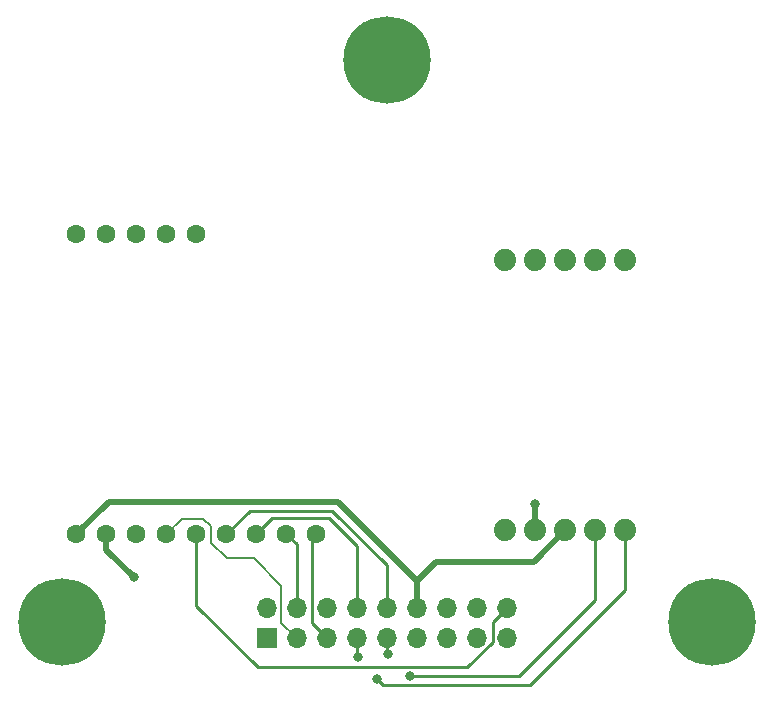
<source format=gbr>
%TF.GenerationSoftware,KiCad,Pcbnew,(6.0.7)*%
%TF.CreationDate,2023-04-01T23:13:22-04:00*%
%TF.ProjectId,EAST_GPS,45415354-5f47-4505-932e-6b696361645f,rev?*%
%TF.SameCoordinates,Original*%
%TF.FileFunction,Copper,L1,Top*%
%TF.FilePolarity,Positive*%
%FSLAX46Y46*%
G04 Gerber Fmt 4.6, Leading zero omitted, Abs format (unit mm)*
G04 Created by KiCad (PCBNEW (6.0.7)) date 2023-04-01 23:13:22*
%MOMM*%
%LPD*%
G01*
G04 APERTURE LIST*
%TA.AperFunction,ComponentPad*%
%ADD10C,4.100000*%
%TD*%
%TA.AperFunction,ConnectorPad*%
%ADD11C,7.400000*%
%TD*%
%TA.AperFunction,ComponentPad*%
%ADD12C,1.600000*%
%TD*%
%TA.AperFunction,ComponentPad*%
%ADD13R,1.700000X1.700000*%
%TD*%
%TA.AperFunction,ComponentPad*%
%ADD14O,1.700000X1.700000*%
%TD*%
%TA.AperFunction,ComponentPad*%
%ADD15C,1.879600*%
%TD*%
%TA.AperFunction,ViaPad*%
%ADD16C,0.800000*%
%TD*%
%TA.AperFunction,Conductor*%
%ADD17C,0.508000*%
%TD*%
%TA.AperFunction,Conductor*%
%ADD18C,0.203200*%
%TD*%
%TA.AperFunction,Conductor*%
%ADD19C,0.250000*%
%TD*%
G04 APERTURE END LIST*
D10*
%TO.P,REF\u002A\u002A,1*%
%TO.N,N/C*%
X170641661Y-116845280D03*
D11*
X170641661Y-116845280D03*
%TD*%
D12*
%TO.P,U2,1,VIN*%
%TO.N,/3.3V*%
X116860000Y-109345000D03*
%TO.P,U2,2,GND*%
%TO.N,/GND*%
X119400000Y-109345000D03*
%TO.P,U2,3,EN*%
%TO.N,unconnected-(U2-Pad3)*%
X121940000Y-109345000D03*
%TO.P,U2,4,G0*%
%TO.N,/RX 5*%
X124480000Y-109345000D03*
%TO.P,U2,5,SCK*%
%TO.N,/SCK*%
X127020000Y-109345000D03*
%TO.P,U2,6,MISO*%
%TO.N,/MISO*%
X129560000Y-109345000D03*
%TO.P,U2,7,MOSI*%
%TO.N,/MOSI*%
X132100000Y-109345000D03*
%TO.P,U2,8,CS*%
%TO.N,/CS 1*%
X134640000Y-109345000D03*
%TO.P,U2,9,RST*%
%TO.N,/TX 5*%
X137180000Y-109345000D03*
%TO.P,U2,10,G5*%
%TO.N,unconnected-(U2-Pad10)*%
X127020000Y-83945000D03*
%TO.P,U2,11,G4*%
%TO.N,unconnected-(U2-Pad11)*%
X124480000Y-83945000D03*
%TO.P,U2,12,G3*%
%TO.N,unconnected-(U2-Pad12)*%
X121940000Y-83945000D03*
%TO.P,U2,13,G2*%
%TO.N,unconnected-(U2-Pad13)*%
X119400000Y-83945000D03*
%TO.P,U2,14,G1*%
%TO.N,unconnected-(U2-Pad14)*%
X116860000Y-83945000D03*
%TD*%
D13*
%TO.P,J1,1,Pin_1*%
%TO.N,/V_BATT*%
X132979000Y-118191200D03*
D14*
%TO.P,J1,2,Pin_2*%
%TO.N,/GND*%
X132979000Y-115651200D03*
%TO.P,J1,3,Pin_3*%
%TO.N,/RX 5*%
X135519000Y-118191200D03*
%TO.P,J1,4,Pin_4*%
%TO.N,/CS 1*%
X135519000Y-115651200D03*
%TO.P,J1,5,Pin_5*%
%TO.N,/TX 5*%
X138059000Y-118191200D03*
%TO.P,J1,6,Pin_6*%
%TO.N,/CS 2*%
X138059000Y-115651200D03*
%TO.P,J1,7,Pin_7*%
%TO.N,/SCL 1*%
X140599000Y-118191200D03*
%TO.P,J1,8,Pin_8*%
%TO.N,/MOSI*%
X140599000Y-115651200D03*
%TO.P,J1,9,Pin_9*%
%TO.N,/SDA 1*%
X143139000Y-118191200D03*
%TO.P,J1,10,Pin_10*%
%TO.N,/MISO*%
X143139000Y-115651200D03*
%TO.P,J1,11,Pin_11*%
%TO.N,/TX 4*%
X145679000Y-118191200D03*
%TO.P,J1,12,Pin_12*%
%TO.N,/3.3V*%
X145679000Y-115651200D03*
%TO.P,J1,13,Pin_13*%
%TO.N,/RX 4*%
X148219000Y-118191200D03*
%TO.P,J1,14,Pin_14*%
%TO.N,/SCL 2*%
X148219000Y-115651200D03*
%TO.P,J1,15,Pin_15*%
%TO.N,/CS 3*%
X150759000Y-118191200D03*
%TO.P,J1,16,Pin_16*%
%TO.N,/SDA 2*%
X150759000Y-115651200D03*
%TO.P,J1,17,Pin_17*%
%TO.N,/CS 4*%
X153299000Y-118191200D03*
%TO.P,J1,18,Pin_18*%
%TO.N,/SCK*%
X153299000Y-115651200D03*
%TD*%
D10*
%TO.P,REF\u002A\u002A,1*%
%TO.N,N/C*%
X115644369Y-116840000D03*
D11*
X115644369Y-116840000D03*
%TD*%
%TO.P,REF\u002A\u002A,1*%
%TO.N,N/C*%
X143147778Y-69222624D03*
D10*
X143147778Y-69222624D03*
%TD*%
D15*
%TO.P,U1,1,INT*%
%TO.N,unconnected-(U1-Pad1)*%
X153162000Y-109039900D03*
%TO.P,U1,2,GND*%
%TO.N,/GND*%
X155702000Y-109039900D03*
%TO.P,U1,3,3.3V*%
%TO.N,/3.3V*%
X158242000Y-109039900D03*
%TO.P,U1,4,SDA*%
%TO.N,/SDA 1*%
X160782000Y-109039900D03*
%TO.P,U1,5,SCL*%
%TO.N,/SCL 1*%
X163322000Y-109039900D03*
%TO.P,U1,6,WAKE*%
%TO.N,unconnected-(U1-Pad6)*%
X153162000Y-86179900D03*
%TO.P,U1,7,RST*%
%TO.N,unconnected-(U1-Pad7)*%
X155702000Y-86179900D03*
%TO.P,U1,8,PPS*%
%TO.N,unconnected-(U1-Pad8)*%
X158242000Y-86179900D03*
%TO.P,U1,9,RX*%
%TO.N,unconnected-(U1-Pad9)*%
X160782000Y-86179900D03*
%TO.P,U1,10,TX*%
%TO.N,unconnected-(U1-Pad10)*%
X163322000Y-86179900D03*
%TD*%
D16*
%TO.N,/GND*%
X121691400Y-112979200D03*
X155651200Y-106832400D03*
%TO.N,/SDA 1*%
X143205200Y-119532400D03*
X145084800Y-121374500D03*
%TO.N,/SCL 1*%
X142341600Y-121666000D03*
X140665200Y-119786400D03*
%TD*%
D17*
%TO.N,/GND*%
X119400000Y-110687800D02*
X121691400Y-112979200D01*
X155702000Y-106883200D02*
X155651200Y-106832400D01*
X155702000Y-109039900D02*
X155702000Y-106883200D01*
X119400000Y-109345000D02*
X119400000Y-110687800D01*
%TO.N,/3.3V*%
X119575800Y-106629200D02*
X138988800Y-106629200D01*
X155572700Y-111709200D02*
X147289200Y-111709200D01*
X138988800Y-106629200D02*
X145679000Y-113319400D01*
X145679000Y-113319400D02*
X145679000Y-115651200D01*
X147289200Y-111709200D02*
X145679000Y-113319400D01*
X116860000Y-109345000D02*
X119575800Y-106629200D01*
X158242000Y-109039900D02*
X155572700Y-111709200D01*
D18*
%TO.N,/RX 5*%
X127609600Y-108051600D02*
X125773400Y-108051600D01*
X125773400Y-108051600D02*
X124480000Y-109345000D01*
X128270000Y-108712000D02*
X127609600Y-108051600D01*
X135519000Y-118191200D02*
X134211629Y-116883829D01*
X131876800Y-111404400D02*
X129590800Y-111404400D01*
X128270000Y-110083600D02*
X128270000Y-108712000D01*
X134211629Y-116883829D02*
X134211629Y-113739229D01*
X129590800Y-111404400D02*
X128270000Y-110083600D01*
X134211629Y-113739229D02*
X131876800Y-111404400D01*
D19*
%TO.N,/TX 5*%
X138059000Y-118191200D02*
X136784722Y-116916922D01*
X136784722Y-116916922D02*
X136784722Y-109740278D01*
X136784722Y-109740278D02*
X137180000Y-109345000D01*
%TO.N,/MOSI*%
X133444200Y-108000800D02*
X132100000Y-109345000D01*
X140599000Y-110373000D02*
X138226800Y-108000800D01*
X140599000Y-115651200D02*
X140599000Y-110373000D01*
X138226800Y-108000800D02*
X133444200Y-108000800D01*
%TO.N,/CS 1*%
X135519000Y-110224000D02*
X134640000Y-109345000D01*
X135519000Y-115651200D02*
X135519000Y-110224000D01*
%TO.N,/MISO*%
X143139000Y-115651200D02*
X143139000Y-111998600D01*
X138531600Y-107391200D02*
X131513800Y-107391200D01*
X131513800Y-107391200D02*
X129560000Y-109345000D01*
X143139000Y-111998600D02*
X138531600Y-107391200D01*
%TO.N,/SCK*%
X132232400Y-120650000D02*
X127020000Y-115437600D01*
X153299000Y-115651200D02*
X152124000Y-116826200D01*
X152124000Y-116826200D02*
X152124000Y-118487901D01*
X127020000Y-115437600D02*
X127020000Y-109345000D01*
X152124000Y-118487901D02*
X149961901Y-120650000D01*
X149961901Y-120650000D02*
X132232400Y-120650000D01*
%TO.N,/SDA 1*%
X143139000Y-118191200D02*
X143139000Y-119466200D01*
X160782000Y-114960400D02*
X160782000Y-109039900D01*
X154367900Y-121374500D02*
X160782000Y-114960400D01*
X145084800Y-121374500D02*
X154367900Y-121374500D01*
X143139000Y-119466200D02*
X143205200Y-119532400D01*
%TO.N,/SCL 1*%
X142341600Y-121666000D02*
X142798800Y-122123200D01*
X140599000Y-119720200D02*
X140665200Y-119786400D01*
X163322000Y-114096800D02*
X163322000Y-109039900D01*
X155295600Y-122123200D02*
X163322000Y-114096800D01*
X142798800Y-122123200D02*
X155295600Y-122123200D01*
X140599000Y-118191200D02*
X140599000Y-119720200D01*
%TD*%
M02*

</source>
